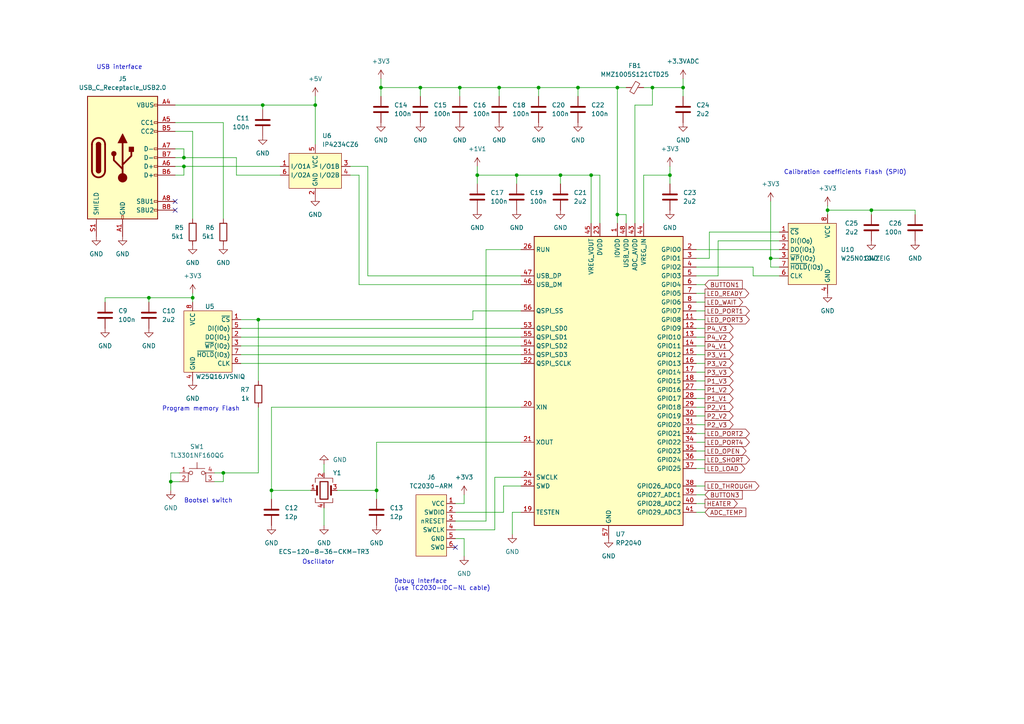
<source format=kicad_sch>
(kicad_sch (version 20231120) (generator "eeschema") (generator_version "8.0")
  (paper "A4")
  (title_block (title "LibreCAL") (date "2023-11-30") (rev "B"))
  (lib_symbols
    (symbol "Connector:USB_C_Receptacle_USB2.0" (pin_names (offset 1.016))
      (property "Reference" "J" (at -10.16 19.05 0))
      (property "Value" "USB_C_Receptacle_USB2.0" (at 19.05 19.05 0))
      (symbol "USB_C_Receptacle_USB2.0_0_0"
        (rectangle (start -0.254 -17.78) (end 0.254 -16.764))
        (rectangle (start 10.16 -14.986) (end 9.144 -15.494))
        (rectangle (start 10.16 -12.446) (end 9.144 -12.954))
        (rectangle (start 10.16 -4.826) (end 9.144 -5.334))
        (rectangle (start 10.16 -2.286) (end 9.144 -2.794))
        (rectangle (start 10.16 0.254) (end 9.144 -0.254))
        (rectangle (start 10.16 2.794) (end 9.144 2.286))
        (rectangle (start 10.16 7.874) (end 9.144 7.366))
        (rectangle (start 10.16 10.414) (end 9.144 9.906))
        (rectangle (start 10.16 15.494) (end 9.144 14.986))
      )
      (symbol "USB_C_Receptacle_USB2.0_0_1"
        (rectangle (start -10.16 17.78) (end 10.16 -17.78) (stroke (width 0.254)) (fill (type background)))
        (arc (start -8.89 -3.81) (mid -6.985 -5.7067) (end -5.08 -3.81) (stroke (width 0.508)))
        (arc (start -7.62 -3.81) (mid -6.985 -4.4423) (end -6.35 -3.81) (stroke (width 0.254)))
        (arc (start -7.62 -3.81) (mid -6.985 -4.4423) (end -6.35 -3.81) (stroke (width 0.254)) (fill (type outline)))
        (rectangle (start -7.62 -3.81) (end -6.35 3.81) (stroke (width 0.254)) (fill (type outline)))
        (arc (start -6.35 3.81) (mid -6.985 4.4423) (end -7.62 3.81) (stroke (width 0.254)))
        (arc (start -6.35 3.81) (mid -6.985 4.4423) (end -7.62 3.81) (stroke (width 0.254)) (fill (type outline)))
        (arc (start -5.08 3.81) (mid -6.985 5.7067) (end -8.89 3.81) (stroke (width 0.508)))
        (circle (center -2.54 1.143) (radius 0.635) (stroke (width 0.254)) (fill (type outline)))
        (circle (center 0 -5.842) (radius 1.27) (fill (type outline)))
        (polyline (pts (xy -8.89 -3.81) (xy -8.89 3.81)) (stroke (width 0.508)))
        (polyline (pts (xy -5.08 3.81) (xy -5.08 -3.81)) (stroke (width 0.508)))
        (polyline (pts (xy 0 -5.842) (xy 0 4.318)) (stroke (width 0.508)))
        (polyline (pts (xy 0 -3.302) (xy -2.54 -0.762) (xy -2.54 0.508)) (stroke (width 0.508)))
        (polyline (pts (xy 0 -2.032) (xy 2.54 0.508) (xy 2.54 1.778)) (stroke (width 0.508)))
        (polyline (pts (xy -1.27 4.318) (xy 0 6.858) (xy 1.27 4.318) (xy -1.27 4.318)) (stroke (width 0.254)) (fill (type outline)))
        (rectangle (start 1.905 1.778) (end 3.175 3.048) (stroke (width 0.254)) (fill (type outline)))
      )
      (symbol "USB_C_Receptacle_USB2.0_1_1"
        (pin passive line (at 0 -22.86 90) (length 5.08) (name "GND") (number "A1"))
        (pin passive line (at 0 -22.86 90) (length 5.08) hide (name "GND") (number "A12"))
        (pin passive line (at 15.24 15.24 180) (length 5.08) (name "VBUS") (number "A4"))
        (pin bidirectional line (at 15.24 10.16 180) (length 5.08) (name "CC1") (number "A5"))
        (pin bidirectional line (at 15.24 -2.54 180) (length 5.08) (name "D+") (number "A6"))
        (pin bidirectional line (at 15.24 2.54 180) (length 5.08) (name "D-") (number "A7"))
        (pin bidirectional line (at 15.24 -12.7 180) (length 5.08) (name "SBU1") (number "A8"))
        (pin passive line (at 15.24 15.24 180) (length 5.08) hide (name "VBUS") (number "A9"))
        (pin passive line (at 0 -22.86 90) (length 5.08) hide (name "GND") (number "B1"))
        (pin passive line (at 0 -22.86 90) (length 5.08) hide (name "GND") (number "B12"))
        (pin passive line (at 15.24 15.24 180) (length 5.08) hide (name "VBUS") (number "B4"))
        (pin bidirectional line (at 15.24 7.62 180) (length 5.08) (name "CC2") (number "B5"))
        (pin bidirectional line (at 15.24 -5.08 180) (length 5.08) (name "D+") (number "B6"))
        (pin bidirectional line (at 15.24 0 180) (length 5.08) (name "D-") (number "B7"))
        (pin bidirectional line (at 15.24 -15.24 180) (length 5.08) (name "SBU2") (number "B8"))
        (pin passive line (at 15.24 15.24 180) (length 5.08) hide (name "VBUS") (number "B9"))
        (pin passive line (at -7.62 -22.86 90) (length 5.08) (name "SHIELD") (number "S1"))
      )
    )
    (symbol "Device:C" (pin_numbers hide) (pin_names (offset 0.254))
      (property "Reference" "C" (at 0.635 2.54 0))
      (property "Value" "C" (at 0.635 -2.54 0))
      (symbol "C_0_1"
        (polyline (pts (xy -2.032 -0.762) (xy 2.032 -0.762)) (stroke (width 0.508)))
        (polyline (pts (xy -2.032 0.762) (xy 2.032 0.762)) (stroke (width 0.508)))
      )
      (symbol "C_1_1"
        (pin passive line (at 0 3.81 270) (length 2.794) (name "~") (number "1"))
        (pin passive line (at 0 -3.81 90) (length 2.794) (name "~") (number "2"))
      )
    )
    (symbol "Device:Crystal_GND24" (pin_names (offset 1.016) hide)
      (property "Reference" "Y" (at 3.175 5.08 0))
      (property "Value" "Crystal_GND24" (at 3.175 3.175 0))
      (symbol "Crystal_GND24_0_1"
        (rectangle (start -1.143 2.54) (end 1.143 -2.54) (stroke (width 0.3048)))
        (polyline (pts (xy -2.54 0) (xy -2.032 0)))
        (polyline (pts (xy -2.032 -1.27) (xy -2.032 1.27)) (stroke (width 0.508)))
        (polyline (pts (xy 0 -3.81) (xy 0 -3.556)))
        (polyline (pts (xy 0 3.556) (xy 0 3.81)))
        (polyline (pts (xy 2.032 -1.27) (xy 2.032 1.27)) (stroke (width 0.508)))
        (polyline (pts (xy 2.032 0) (xy 2.54 0)))
        (polyline (pts (xy -2.54 -2.286) (xy -2.54 -3.556) (xy 2.54 -3.556) (xy 2.54 -2.286)))
        (polyline (pts (xy -2.54 2.286) (xy -2.54 3.556) (xy 2.54 3.556) (xy 2.54 2.286)))
      )
      (symbol "Crystal_GND24_1_1"
        (pin passive line (at -3.81 0 0) (length 1.27) (name "1") (number "1"))
        (pin passive line (at 0 5.08 270) (length 1.27) (name "2") (number "2"))
        (pin passive line (at 3.81 0 180) (length 1.27) (name "3") (number "3"))
        (pin passive line (at 0 -5.08 90) (length 1.27) (name "4") (number "4"))
      )
    )
    (symbol "Device:FerriteBead_Small" (pin_numbers hide) (pin_names (offset 0))
      (property "Reference" "FB" (at 1.905 1.27 0))
      (property "Value" "FerriteBead_Small" (at 1.905 -1.27 0))
      (symbol "FerriteBead_Small_0_1"
        (polyline (pts (xy 0 -1.27) (xy 0 -0.7874)))
        (polyline (pts (xy 0 0.889) (xy 0 1.2954)))
        (polyline (pts (xy -1.8288 0.2794) (xy -1.1176 1.4986) (xy 1.8288 -0.2032) (xy 1.1176 -1.4224) (xy -1.8288 0.2794)))
      )
      (symbol "FerriteBead_Small_1_1"
        (pin passive line (at 0 2.54 270) (length 1.27) (name "~") (number "1"))
        (pin passive line (at 0 -2.54 90) (length 1.27) (name "~") (number "2"))
      )
    )
    (symbol "Device:R" (pin_numbers hide) (pin_names (offset 0))
      (property "Reference" "R" (at 2.032 0 90))
      (property "Value" "R" (at 0 0 90))
      (symbol "R_0_1"
        (rectangle (start -1.016 -2.54) (end 1.016 2.54) (stroke (width 0.254)))
      )
      (symbol "R_1_1"
        (pin passive line (at 0 3.81 270) (length 1.27) (name "~") (number "1"))
        (pin passive line (at 0 -3.81 90) (length 1.27) (name "~") (number "2"))
      )
    )
    (symbol "LibreCAL:IP4234CZ6"
      (property "Reference" "U" (at 2.54 6.35 0))
      (property "Value" "IP4234CZ6" (at 7.62 -6.35 0))
      (symbol "IP4234CZ6_0_1"
        (rectangle (start -7.62 5.08) (end 7.62 -5.08) (fill (type background)))
      )
      (symbol "IP4234CZ6_1_1"
        (pin bidirectional line (at -10.16 1.27 0) (length 2.54) (name "I/O1A") (number "1"))
        (pin power_in line (at 0 -7.62 90) (length 2.54) (name "GND") (number "2"))
        (pin bidirectional line (at 10.16 1.27 180) (length 2.54) (name "I/O1B") (number "3"))
        (pin bidirectional line (at 10.16 -1.27 180) (length 2.54) (name "I/O2B") (number "4"))
        (pin power_in line (at 0 7.62 270) (length 2.54) (name "VCC") (number "5"))
        (pin bidirectional line (at -10.16 -1.27 0) (length 2.54) (name "I/O2A") (number "6"))
      )
    )
    (symbol "LibreCAL:RP2040"
      (property "Reference" "U" (at 17.78 45.72 0))
      (property "Value" "RP2040" (at 17.78 43.18 0))
      (symbol "RP2040_0_1"
        (rectangle (start -21.59 41.91) (end 21.59 -41.91) (stroke (width 0.254)) (fill (type background)))
      )
      (symbol "RP2040_1_1"
        (pin power_in line (at 2.54 45.72 270) (length 3.81) (name "IOVDD") (number "1"))
        (pin passive line (at 2.54 45.72 270) (length 3.81) hide (name "IOVDD") (number "10"))
        (pin bidirectional line (at 25.4 17.78 180) (length 3.81) (name "GPIO8") (number "11"))
        (pin bidirectional line (at 25.4 15.24 180) (length 3.81) (name "GPIO9") (number "12"))
        (pin bidirectional line (at 25.4 12.7 180) (length 3.81) (name "GPIO10") (number "13"))
        (pin bidirectional line (at 25.4 10.16 180) (length 3.81) (name "GPIO11") (number "14"))
        (pin bidirectional line (at 25.4 7.62 180) (length 3.81) (name "GPIO12") (number "15"))
        (pin bidirectional line (at 25.4 5.08 180) (length 3.81) (name "GPIO13") (number "16"))
        (pin bidirectional line (at 25.4 2.54 180) (length 3.81) (name "GPIO14") (number "17"))
        (pin bidirectional line (at 25.4 0 180) (length 3.81) (name "GPIO15") (number "18"))
        (pin input line (at -25.4 -38.1 0) (length 3.81) (name "TESTEN") (number "19"))
        (pin bidirectional line (at 25.4 38.1 180) (length 3.81) (name "GPIO0") (number "2"))
        (pin input line (at -25.4 -7.62 0) (length 3.81) (name "XIN") (number "20"))
        (pin passive line (at -25.4 -17.78 0) (length 3.81) (name "XOUT") (number "21"))
        (pin passive line (at 2.54 45.72 270) (length 3.81) hide (name "IOVDD") (number "22"))
        (pin power_in line (at -2.54 45.72 270) (length 3.81) (name "DVDD") (number "23"))
        (pin input line (at -25.4 -27.94 0) (length 3.81) (name "SWCLK") (number "24"))
        (pin bidirectional line (at -25.4 -30.48 0) (length 3.81) (name "SWD") (number "25"))
        (pin input line (at -25.4 38.1 0) (length 3.81) (name "RUN") (number "26"))
        (pin bidirectional line (at 25.4 -2.54 180) (length 3.81) (name "GPIO16") (number "27"))
        (pin bidirectional line (at 25.4 -5.08 180) (length 3.81) (name "GPIO17") (number "28"))
        (pin bidirectional line (at 25.4 -7.62 180) (length 3.81) (name "GPIO18") (number "29"))
        (pin bidirectional line (at 25.4 35.56 180) (length 3.81) (name "GPIO1") (number "3"))
        (pin bidirectional line (at 25.4 -10.16 180) (length 3.81) (name "GPIO19") (number "30"))
        (pin bidirectional line (at 25.4 -12.7 180) (length 3.81) (name "GPIO20") (number "31"))
        (pin bidirectional line (at 25.4 -15.24 180) (length 3.81) (name "GPIO21") (number "32"))
        (pin passive line (at 2.54 45.72 270) (length 3.81) hide (name "IOVDD") (number "33"))
        (pin bidirectional line (at 25.4 -17.78 180) (length 3.81) (name "GPIO22") (number "34"))
        (pin bidirectional line (at 25.4 -20.32 180) (length 3.81) (name "GPIO23") (number "35"))
        (pin bidirectional line (at 25.4 -22.86 180) (length 3.81) (name "GPIO24") (number "36"))
        (pin bidirectional line (at 25.4 -25.4 180) (length 3.81) (name "GPIO25") (number "37"))
        (pin bidirectional line (at 25.4 -30.48 180) (length 3.81) (name "GPIO26_ADC0") (number "38"))
        (pin bidirectional line (at 25.4 -33.02 180) (length 3.81) (name "GPIO27_ADC1") (number "39"))
        (pin bidirectional line (at 25.4 33.02 180) (length 3.81) (name "GPIO2") (number "4"))
        (pin bidirectional line (at 25.4 -35.56 180) (length 3.81) (name "GPIO28_ADC2") (number "40"))
        (pin bidirectional line (at 25.4 -38.1 180) (length 3.81) (name "GPIO29_ADC3") (number "41"))
        (pin passive line (at 2.54 45.72 270) (length 3.81) hide (name "IOVDD") (number "42"))
        (pin power_in line (at 7.62 45.72 270) (length 3.81) (name "ADC_AVDD") (number "43"))
        (pin power_in line (at 10.16 45.72 270) (length 3.81) (name "VREG_IN") (number "44"))
        (pin power_out line (at -5.08 45.72 270) (length 3.81) (name "VREG_VOUT") (number "45"))
        (pin bidirectional line (at -25.4 27.94 0) (length 3.81) (name "USB_DM") (number "46"))
        (pin bidirectional line (at -25.4 30.48 0) (length 3.81) (name "USB_DP") (number "47"))
        (pin power_in line (at 5.08 45.72 270) (length 3.81) (name "USB_VDD") (number "48"))
        (pin passive line (at 2.54 45.72 270) (length 3.81) hide (name "IOVDD") (number "49"))
        (pin bidirectional line (at 25.4 30.48 180) (length 3.81) (name "GPIO3") (number "5"))
        (pin passive line (at -2.54 45.72 270) (length 3.81) hide (name "DVDD") (number "50"))
        (pin bidirectional line (at -25.4 7.62 0) (length 3.81) (name "QSPI_SD3") (number "51"))
        (pin output line (at -25.4 5.08 0) (length 3.81) (name "QSPI_SCLK") (number "52"))
        (pin bidirectional line (at -25.4 15.24 0) (length 3.81) (name "QSPI_SD0") (number "53"))
        (pin bidirectional line (at -25.4 10.16 0) (length 3.81) (name "QSPI_SD2") (number "54"))
        (pin bidirectional line (at -25.4 12.7 0) (length 3.81) (name "QSPI_SD1") (number "55"))
        (pin bidirectional line (at -25.4 20.32 0) (length 3.81) (name "QSPI_SS") (number "56"))
        (pin power_in line (at 0 -45.72 90) (length 3.81) (name "GND") (number "57"))
        (pin bidirectional line (at 25.4 27.94 180) (length 3.81) (name "GPIO4") (number "6"))
        (pin bidirectional line (at 25.4 25.4 180) (length 3.81) (name "GPIO5") (number "7"))
        (pin bidirectional line (at 25.4 22.86 180) (length 3.81) (name "GPIO6") (number "8"))
        (pin bidirectional line (at 25.4 20.32 180) (length 3.81) (name "GPIO7") (number "9"))
      )
    )
    (symbol "LibreCAL:TC2030-ARM" (in_bom no)
      (property "Reference" "J?" (at 1.27 11.43 0))
      (property "Value" "TC2030-ARM" (at 5.08 -8.89 0))
      (symbol "TC2030-ARM_0_1"
        (rectangle (start 0 10.16) (end 8.89 -7.62) (fill (type background)))
      )
      (symbol "TC2030-ARM_1_1"
        (pin power_in line (at -2.54 7.62 0) (length 2.54) (name "VCC") (number "1"))
        (pin bidirectional line (at -2.54 5.08 0) (length 2.54) (name "SWDIO") (number "2"))
        (pin output line (at -2.54 2.54 0) (length 2.54) (name "nRESET") (number "3"))
        (pin output line (at -2.54 0 0) (length 2.54) (name "SWCLK") (number "4"))
        (pin power_in line (at -2.54 -2.54 0) (length 2.54) (name "GND") (number "5"))
        (pin input line (at -2.54 -5.08 0) (length 2.54) (name "SWO") (number "6"))
      )
    )
    (symbol "LibreCAL:W25N01GVZEIG"
      (property "Reference" "U" (at -14.605 11.43 0))
      (property "Value" "W25N01GVZEIG" (at -8.255 9.525 0))
      (symbol "W25N01GVZEIG_0_1"
        (rectangle (start -8.89 7.62) (end 5.08 -10.16) (fill (type background)))
      )
      (symbol "W25N01GVZEIG_1_1"
        (pin input line (at -11.43 5.08 0) (length 2.54) (name "~{CS}") (number "1"))
        (pin bidirectional line (at -11.43 0 0) (length 2.54) (name "DO(IO_{1})") (number "2"))
        (pin bidirectional line (at -11.43 -2.54 0) (length 2.54) (name "~{WP}(IO_{2})") (number "3"))
        (pin power_in line (at 2.54 -12.7 90) (length 2.54) (name "GND") (number "4"))
        (pin bidirectional line (at -11.43 2.54 0) (length 2.54) (name "DI(IO_{0})") (number "5"))
        (pin input line (at -11.43 -7.62 0) (length 2.54) (name "CLK") (number "6"))
        (pin bidirectional line (at -11.43 -5.08 0) (length 2.54) (name "~{HOLD}(IO_{3})") (number "7"))
        (pin power_in line (at 2.54 10.16 270) (length 2.54) (name "VCC") (number "8"))
        (pin passive line (at 2.54 -12.7 90) (length 2.54) hide (name "GND") (number "9"))
      )
    )
    (symbol "LibreCAL:W25Q16JVSNIQ"
      (property "Reference" "U" (at -14.605 11.43 0))
      (property "Value" "W25Q16JVSNIQ" (at -8.255 9.525 0))
      (symbol "W25Q16JVSNIQ_0_1"
        (rectangle (start -8.89 7.62) (end 5.08 -10.16) (fill (type background)))
      )
      (symbol "W25Q16JVSNIQ_1_1"
        (pin input line (at -11.43 5.08 0) (length 2.54) (name "~{CS}") (number "1"))
        (pin bidirectional line (at -11.43 0 0) (length 2.54) (name "DO(IO_{1})") (number "2"))
        (pin bidirectional line (at -11.43 -2.54 0) (length 2.54) (name "~{WP}(IO_{2})") (number "3"))
        (pin power_in line (at 2.54 -12.7 90) (length 2.54) (name "GND") (number "4"))
        (pin bidirectional line (at -11.43 2.54 0) (length 2.54) (name "DI(IO_{0})") (number "5"))
        (pin input line (at -11.43 -7.62 0) (length 2.54) (name "CLK") (number "6"))
        (pin bidirectional line (at -11.43 -5.08 0) (length 2.54) (name "~{HOLD}(IO_{3})") (number "7"))
        (pin power_in line (at 2.54 10.16 270) (length 2.54) (name "VCC") (number "8"))
      )
    )
    (symbol "Switch:SW_MEC_5E" (pin_names (offset 1.016) hide)
      (property "Reference" "SW" (at 0.635 5.715 0))
      (property "Value" "SW_MEC_5E" (at 0 -3.175 0))
      (symbol "SW_MEC_5E_0_1"
        (circle (center -1.778 2.54) (radius 0.508))
        (polyline (pts (xy -2.286 3.81) (xy 2.286 3.81)))
        (polyline (pts (xy 0 3.81) (xy 0 5.588)))
        (polyline (pts (xy -2.54 0) (xy -2.54 2.54) (xy -2.286 2.54)))
        (polyline (pts (xy 2.54 0) (xy 2.54 2.54) (xy 2.286 2.54)))
        (circle (center 1.778 2.54) (radius 0.508))
        (pin passive line (at -5.08 2.54 0) (length 2.54) (name "1") (number "1"))
        (pin passive line (at -5.08 0 0) (length 2.54) (name "2") (number "2"))
        (pin passive line (at 5.08 0 180) (length 2.54) (name "K") (number "3"))
        (pin passive line (at 5.08 2.54 180) (length 2.54) (name "A") (number "4"))
      )
    )
    (symbol "power:+1V1" (power) (pin_names (offset 0))
      (property "Value" "+1V1" (at 0 3.556 0))
      (symbol "+1V1_0_1"
        (polyline (pts (xy -0.762 1.27) (xy 0 2.54)))
        (polyline (pts (xy 0 0) (xy 0 2.54)))
        (polyline (pts (xy 0 2.54) (xy 0.762 1.27)))
      )
      (symbol "+1V1_1_1"
        (pin power_in line (at 0 0 90) (length 0) hide (name "+1V1") (number "1"))
      )
    )
    (symbol "power:+3.3VADC" (power) (pin_names (offset 0))
      (property "Value" "+3.3VADC" (at 0 2.54 0))
      (symbol "+3.3VADC_0_0"
        (pin power_in line (at 0 0 90) (length 0) hide (name "+3.3VADC") (number "1"))
      )
      (symbol "+3.3VADC_0_1"
        (polyline (pts (xy -0.762 1.27) (xy 0 2.54)))
        (polyline (pts (xy 0 0) (xy 0 2.54)))
        (polyline (pts (xy 0 2.54) (xy 0.762 1.27)))
      )
    )
    (symbol "power:+3V3" (power) (pin_names (offset 0))
      (property "Value" "+3V3" (at 0 3.556 0))
      (symbol "+3V3_0_1"
        (polyline (pts (xy -0.762 1.27) (xy 0 2.54)))
        (polyline (pts (xy 0 0) (xy 0 2.54)))
        (polyline (pts (xy 0 2.54) (xy 0.762 1.27)))
      )
      (symbol "+3V3_1_1"
        (pin power_in line (at 0 0 90) (length 0) hide (name "+3V3") (number "1"))
      )
    )
    (symbol "power:+5V" (power) (pin_names (offset 0))
      (property "Value" "+5V" (at 0 3.556 0))
      (symbol "+5V_0_1"
        (polyline (pts (xy -0.762 1.27) (xy 0 2.54)))
        (polyline (pts (xy 0 0) (xy 0 2.54)))
        (polyline (pts (xy 0 2.54) (xy 0.762 1.27)))
      )
      (symbol "+5V_1_1"
        (pin power_in line (at 0 0 90) (length 0) hide (name "+5V") (number "1"))
      )
    )
    (symbol "power:GND" (power) (pin_names (offset 0))
      (property "Value" "GND" (at 0 -3.81 0))
      (symbol "GND_0_1"
        (polyline (pts (xy 0 0) (xy 0 -1.27) (xy 1.27 -1.27) (xy 0 -2.54) (xy -1.27 -1.27) (xy 0 -1.27)))
      )
      (symbol "GND_1_1"
        (pin power_in line (at 0 0 270) (length 0) hide (name "GND") (number "1"))
      )
    )
  )
  (junction (at 91.44 30.48))
  (junction (at 78.74 142.24))
  (junction (at 64.77 137.16))
  (junction (at 179.07 25.4))
  (junction (at 162.56 50.8))
  (junction (at 198.12 25.4))
  (junction (at 43.18 86.36))
  (junction (at 133.35 25.4))
  (junction (at 179.07 62.23))
  (junction (at 252.73 60.96))
  (junction (at 121.92 25.4))
  (junction (at 53.34 48.26))
  (junction (at 110.49 25.4))
  (junction (at 167.64 25.4))
  (junction (at 76.2 30.48))
  (junction (at 171.45 50.8))
  (junction (at 53.34 45.72))
  (junction (at 240.03 60.96))
  (junction (at 223.52 74.93))
  (junction (at 194.31 50.8))
  (junction (at 49.53 139.7))
  (junction (at 138.43 50.8))
  (junction (at 74.93 92.71))
  (junction (at 144.78 25.4))
  (junction (at 149.86 50.8))
  (junction (at 156.21 25.4))
  (junction (at 109.22 142.24))
  (junction (at 55.88 86.36))
  (junction (at 189.23 25.4))
  (no_connect (at 132.08 158.75))
  (no_connect (at 50.8 60.96))
  (no_connect (at 50.8 58.42))
  (wire (pts (xy 78.74 142.24) (xy 78.74 144.78)))
  (wire (pts (xy 204.47 110.49) (xy 201.93 110.49)))
  (wire (pts (xy 205.74 74.93) (xy 205.74 67.31)))
  (wire (pts (xy 110.49 25.4) (xy 121.92 25.4)))
  (wire (pts (xy 140.97 72.39) (xy 151.13 72.39)))
  (wire (pts (xy 78.74 118.11) (xy 78.74 142.24)))
  (wire (pts (xy 76.2 30.48) (xy 76.2 31.75)))
  (wire (pts (xy 91.44 41.91) (xy 91.44 30.48)))
  (wire (pts (xy 52.07 137.16) (xy 49.53 137.16)))
  (wire (pts (xy 198.12 27.94) (xy 198.12 25.4)))
  (wire (pts (xy 53.34 48.26) (xy 81.28 48.26)))
  (wire (pts (xy 218.44 77.47) (xy 218.44 80.01)))
  (wire (pts (xy 64.77 137.16) (xy 62.23 137.16)))
  (wire (pts (xy 146.05 140.97) (xy 151.13 140.97)))
  (wire (pts (xy 204.47 130.81) (xy 201.93 130.81)))
  (wire (pts (xy 30.48 87.63) (xy 30.48 86.36)))
  (wire (pts (xy 50.8 38.1) (xy 55.88 38.1)))
  (wire (pts (xy 240.03 59.69) (xy 240.03 60.96)))
  (wire (pts (xy 204.47 135.89) (xy 201.93 135.89)))
  (wire (pts (xy 179.07 62.23) (xy 179.07 64.77)))
  (wire (pts (xy 64.77 137.16) (xy 74.93 137.16)))
  (wire (pts (xy 204.47 120.65) (xy 201.93 120.65)))
  (wire (pts (xy 43.18 86.36) (xy 43.18 87.63)))
  (wire (pts (xy 151.13 128.27) (xy 109.22 128.27)))
  (wire (pts (xy 104.14 50.8) (xy 104.14 82.55)))
  (wire (pts (xy 69.85 105.41) (xy 151.13 105.41)))
  (wire (pts (xy 167.64 25.4) (xy 167.64 27.94)))
  (wire (pts (xy 74.93 92.71) (xy 137.16 92.71)))
  (wire (pts (xy 171.45 50.8) (xy 162.56 50.8)))
  (wire (pts (xy 55.88 86.36) (xy 55.88 87.63)))
  (wire (pts (xy 149.86 50.8) (xy 149.86 53.34)))
  (wire (pts (xy 133.35 25.4) (xy 133.35 27.94)))
  (wire (pts (xy 132.08 153.67) (xy 143.51 153.67)))
  (wire (pts (xy 204.47 113.03) (xy 201.93 113.03)))
  (wire (pts (xy 204.47 128.27) (xy 201.93 128.27)))
  (wire (pts (xy 240.03 60.96) (xy 240.03 62.23)))
  (wire (pts (xy 53.34 45.72) (xy 50.8 45.72)))
  (wire (pts (xy 78.74 142.24) (xy 90.17 142.24)))
  (wire (pts (xy 179.07 25.4) (xy 179.07 62.23)))
  (wire (pts (xy 137.16 90.17) (xy 151.13 90.17)))
  (wire (pts (xy 208.28 69.85) (xy 226.06 69.85)))
  (wire (pts (xy 53.34 48.26) (xy 50.8 48.26)))
  (wire (pts (xy 50.8 30.48) (xy 76.2 30.48)))
  (wire (pts (xy 189.23 30.48) (xy 189.23 25.4)))
  (wire (pts (xy 81.28 50.8) (xy 68.58 50.8)))
  (wire (pts (xy 132.08 148.59) (xy 146.05 148.59)))
  (wire (pts (xy 101.6 50.8) (xy 104.14 50.8)))
  (wire (pts (xy 223.52 74.93) (xy 226.06 74.93)))
  (wire (pts (xy 69.85 102.87) (xy 151.13 102.87)))
  (wire (pts (xy 50.8 43.18) (xy 53.34 43.18)))
  (wire (pts (xy 49.53 139.7) (xy 52.07 139.7)))
  (wire (pts (xy 140.97 151.13) (xy 140.97 72.39)))
  (wire (pts (xy 252.73 60.96) (xy 240.03 60.96)))
  (wire (pts (xy 162.56 50.8) (xy 149.86 50.8)))
  (wire (pts (xy 93.98 134.62) (xy 93.98 137.16)))
  (wire (pts (xy 265.43 62.23) (xy 265.43 60.96)))
  (wire (pts (xy 179.07 25.4) (xy 181.61 25.4)))
  (wire (pts (xy 189.23 25.4) (xy 186.69 25.4)))
  (wire (pts (xy 204.47 107.95) (xy 201.93 107.95)))
  (wire (pts (xy 186.69 64.77) (xy 186.69 50.8)))
  (wire (pts (xy 184.15 30.48) (xy 189.23 30.48)))
  (wire (pts (xy 223.52 74.93) (xy 223.52 58.42)))
  (wire (pts (xy 55.88 85.09) (xy 55.88 86.36)))
  (wire (pts (xy 151.13 80.01) (xy 106.68 80.01)))
  (wire (pts (xy 173.99 50.8) (xy 171.45 50.8)))
  (wire (pts (xy 205.74 67.31) (xy 226.06 67.31)))
  (wire (pts (xy 68.58 45.72) (xy 53.34 45.72)))
  (wire (pts (xy 132.08 151.13) (xy 140.97 151.13)))
  (wire (pts (xy 198.12 22.86) (xy 198.12 25.4)))
  (wire (pts (xy 53.34 50.8) (xy 53.34 48.26)))
  (wire (pts (xy 134.62 156.21) (xy 134.62 161.29)))
  (wire (pts (xy 265.43 60.96) (xy 252.73 60.96)))
  (wire (pts (xy 151.13 148.59) (xy 148.59 148.59)))
  (wire (pts (xy 53.34 43.18) (xy 53.34 45.72)))
  (wire (pts (xy 132.08 146.05) (xy 134.62 146.05)))
  (wire (pts (xy 208.28 80.01) (xy 208.28 69.85)))
  (wire (pts (xy 226.06 77.47) (xy 223.52 77.47)))
  (wire (pts (xy 204.47 146.05) (xy 201.93 146.05)))
  (wire (pts (xy 204.47 92.71) (xy 201.93 92.71)))
  (wire (pts (xy 194.31 50.8) (xy 194.31 53.34)))
  (wire (pts (xy 69.85 100.33) (xy 151.13 100.33)))
  (wire (pts (xy 204.47 123.19) (xy 201.93 123.19)))
  (wire (pts (xy 101.6 48.26) (xy 106.68 48.26)))
  (wire (pts (xy 151.13 118.11) (xy 78.74 118.11)))
  (wire (pts (xy 223.52 77.47) (xy 223.52 74.93)))
  (wire (pts (xy 204.47 102.87) (xy 201.93 102.87)))
  (wire (pts (xy 49.53 137.16) (xy 49.53 139.7)))
  (wire (pts (xy 201.93 80.01) (xy 208.28 80.01)))
  (wire (pts (xy 201.93 72.39) (xy 226.06 72.39)))
  (wire (pts (xy 143.51 138.43) (xy 151.13 138.43)))
  (wire (pts (xy 138.43 50.8) (xy 138.43 53.34)))
  (wire (pts (xy 91.44 27.94) (xy 91.44 30.48)))
  (wire (pts (xy 109.22 128.27) (xy 109.22 142.24)))
  (wire (pts (xy 50.8 50.8) (xy 53.34 50.8)))
  (wire (pts (xy 194.31 48.26) (xy 194.31 50.8)))
  (wire (pts (xy 218.44 80.01) (xy 226.06 80.01)))
  (wire (pts (xy 204.47 105.41) (xy 201.93 105.41)))
  (wire (pts (xy 171.45 64.77) (xy 171.45 50.8)))
  (wire (pts (xy 204.47 100.33) (xy 201.93 100.33)))
  (wire (pts (xy 133.35 25.4) (xy 144.78 25.4)))
  (wire (pts (xy 181.61 64.77) (xy 181.61 62.23)))
  (wire (pts (xy 184.15 64.77) (xy 184.15 30.48)))
  (wire (pts (xy 144.78 27.94) (xy 144.78 25.4)))
  (wire (pts (xy 146.05 148.59) (xy 146.05 140.97)))
  (wire (pts (xy 69.85 97.79) (xy 151.13 97.79)))
  (wire (pts (xy 143.51 153.67) (xy 143.51 138.43)))
  (wire (pts (xy 109.22 142.24) (xy 109.22 144.78)))
  (wire (pts (xy 132.08 156.21) (xy 134.62 156.21)))
  (wire (pts (xy 204.47 133.35) (xy 201.93 133.35)))
  (wire (pts (xy 204.47 118.11) (xy 201.93 118.11)))
  (wire (pts (xy 144.78 25.4) (xy 156.21 25.4)))
  (wire (pts (xy 156.21 25.4) (xy 167.64 25.4)))
  (wire (pts (xy 91.44 30.48) (xy 76.2 30.48)))
  (wire (pts (xy 148.59 148.59) (xy 148.59 154.94)))
  (wire (pts (xy 204.47 95.25) (xy 201.93 95.25)))
  (wire (pts (xy 151.13 82.55) (xy 104.14 82.55)))
  (wire (pts (xy 162.56 50.8) (xy 162.56 53.34)))
  (wire (pts (xy 204.47 82.55) (xy 201.93 82.55)))
  (wire (pts (xy 64.77 35.56) (xy 64.77 63.5)))
  (wire (pts (xy 201.93 77.47) (xy 218.44 77.47)))
  (wire (pts (xy 204.47 143.51) (xy 201.93 143.51)))
  (wire (pts (xy 149.86 50.8) (xy 138.43 50.8)))
  (wire (pts (xy 181.61 62.23) (xy 179.07 62.23)))
  (wire (pts (xy 204.47 140.97) (xy 201.93 140.97)))
  (wire (pts (xy 50.8 35.56) (xy 64.77 35.56)))
  (wire (pts (xy 93.98 147.32) (xy 93.98 152.4)))
  (wire (pts (xy 204.47 87.63) (xy 201.93 87.63)))
  (wire (pts (xy 186.69 50.8) (xy 194.31 50.8)))
  (wire (pts (xy 110.49 22.86) (xy 110.49 25.4)))
  (wire (pts (xy 64.77 139.7) (xy 62.23 139.7)))
  (wire (pts (xy 204.47 125.73) (xy 201.93 125.73)))
  (wire (pts (xy 74.93 92.71) (xy 74.93 110.49)))
  (wire (pts (xy 156.21 25.4) (xy 156.21 27.94)))
  (wire (pts (xy 121.92 25.4) (xy 121.92 27.94)))
  (wire (pts (xy 173.99 64.77) (xy 173.99 50.8)))
  (wire (pts (xy 55.88 38.1) (xy 55.88 63.5)))
  (wire (pts (xy 204.47 85.09) (xy 201.93 85.09)))
  (wire (pts (xy 106.68 48.26) (xy 106.68 80.01)))
  (wire (pts (xy 43.18 86.36) (xy 55.88 86.36)))
  (wire (pts (xy 30.48 86.36) (xy 43.18 86.36)))
  (wire (pts (xy 74.93 137.16) (xy 74.93 118.11)))
  (wire (pts (xy 64.77 137.16) (xy 64.77 139.7)))
  (wire (pts (xy 204.47 148.59) (xy 201.93 148.59)))
  (wire (pts (xy 204.47 115.57) (xy 201.93 115.57)))
  (wire (pts (xy 167.64 25.4) (xy 179.07 25.4)))
  (wire (pts (xy 69.85 92.71) (xy 74.93 92.71)))
  (wire (pts (xy 204.47 90.17) (xy 201.93 90.17)))
  (wire (pts (xy 189.23 25.4) (xy 198.12 25.4)))
  (wire (pts (xy 97.79 142.24) (xy 109.22 142.24)))
  (wire (pts (xy 252.73 60.96) (xy 252.73 62.23)))
  (wire (pts (xy 138.43 48.26) (xy 138.43 50.8)))
  (wire (pts (xy 49.53 139.7) (xy 49.53 142.24)))
  (wire (pts (xy 110.49 27.94) (xy 110.49 25.4)))
  (wire (pts (xy 69.85 95.25) (xy 151.13 95.25)))
  (wire (pts (xy 68.58 50.8) (xy 68.58 45.72)))
  (wire (pts (xy 201.93 74.93) (xy 205.74 74.93)))
  (wire (pts (xy 121.92 25.4) (xy 133.35 25.4)))
  (wire (pts (xy 134.62 146.05) (xy 134.62 143.51)))
  (wire (pts (xy 204.47 97.79) (xy 201.93 97.79)))
  (wire (pts (xy 137.16 92.71) (xy 137.16 90.17)))
  (text "USB interface" (at 27.94 20.32 0) (effects (font (size 1.27 1.27)) (justify left bottom)))
  (text "Oscillator" (at 87.63 163.83 0) (effects (font (size 1.27 1.27)) (justify left bottom)))
  (text "Program memory Flash" (at 46.99 119.38 0) (effects (font (size 1.27 1.27)) (justify left bottom)))
  (text "Debug Interface\n(use TC2030-IDC-NL cable)\n" (at 114.3 171.45 0) (effects (font (size 1.27 1.27)) (justify left bottom)))
  (text "Bootsel switch" (at 53.34 146.05 0) (effects (font (size 1.27 1.27)) (justify left bottom)))
  (text "Calibration coefficients Flash (SPI0)" (at 227.33 50.8 0) (effects (font (size 1.27 1.27)) (justify left bottom)))
  (global_label "LED_READY" (shape output) (at 204.47 85.09 0) (property "Intersheetrefs" "${INTERSHEET_REFS}" (effects (hide yes))))
  (global_label "HEATER" (shape output) (at 204.47 146.05 0) (property "Intersheetrefs" "${INTERSHEET_REFS}" (effects (hide yes))))
  (global_label "P3_V3" (shape output) (at 204.47 107.95 0) (property "Intersheetrefs" "${INTERSHEET_REFS}" (effects (hide yes))))
  (global_label "P4_V1" (shape output) (at 204.47 100.33 0) (property "Intersheetrefs" "${INTERSHEET_REFS}" (effects (hide yes))))
  (global_label "P2_V3" (shape output) (at 204.47 123.19 0) (property "Intersheetrefs" "${INTERSHEET_REFS}" (effects (hide yes))))
  (global_label "LED_PORT3" (shape output) (at 204.47 92.71 0) (property "Intersheetrefs" "${INTERSHEET_REFS}" (effects (hide yes))))
  (global_label "P2_V1" (shape output) (at 204.47 118.11 0) (property "Intersheetrefs" "${INTERSHEET_REFS}" (effects (hide yes))))
  (global_label "LED_LOAD" (shape output) (at 204.47 135.89 0) (property "Intersheetrefs" "${INTERSHEET_REFS}" (effects (hide yes))))
  (global_label "P4_V2" (shape output) (at 204.47 97.79 0) (property "Intersheetrefs" "${INTERSHEET_REFS}" (effects (hide yes))))
  (global_label "LED_THROUGH" (shape output) (at 204.47 140.97 0) (property "Intersheetrefs" "${INTERSHEET_REFS}" (effects (hide yes))))
  (global_label "LED_PORT2" (shape output) (at 204.47 125.73 0) (property "Intersheetrefs" "${INTERSHEET_REFS}" (effects (hide yes))))
  (global_label "BUTTON3" (shape input) (at 204.47 143.51 0) (property "Intersheetrefs" "${INTERSHEET_REFS}" (effects (hide yes))))
  (global_label "P1_V1" (shape output) (at 204.47 115.57 0) (property "Intersheetrefs" "${INTERSHEET_REFS}" (effects (hide yes))))
  (global_label "P1_V2" (shape output) (at 204.47 113.03 0) (property "Intersheetrefs" "${INTERSHEET_REFS}" (effects (hide yes))))
  (global_label "P3_V2" (shape output) (at 204.47 105.41 0) (property "Intersheetrefs" "${INTERSHEET_REFS}" (effects (hide yes))))
  (global_label "ADC_TEMP" (shape input) (at 204.47 148.59 0) (property "Intersheetrefs" "${INTERSHEET_REFS}" (effects (hide yes))))
  (global_label "P3_V1" (shape output) (at 204.47 102.87 0) (property "Intersheetrefs" "${INTERSHEET_REFS}" (effects (hide yes))))
  (global_label "LED_PORT4" (shape output) (at 204.47 128.27 0) (property "Intersheetrefs" "${INTERSHEET_REFS}" (effects (hide yes))))
  (global_label "P1_V3" (shape output) (at 204.47 110.49 0) (property "Intersheetrefs" "${INTERSHEET_REFS}" (effects (hide yes))))
  (global_label "P4_V3" (shape output) (at 204.47 95.25 0) (property "Intersheetrefs" "${INTERSHEET_REFS}" (effects (hide yes))))
  (global_label "LED_SHORT" (shape output) (at 204.47 133.35 0) (property "Intersheetrefs" "${INTERSHEET_REFS}" (effects (hide yes))))
  (global_label "LED_PORT1" (shape output) (at 204.47 90.17 0) (property "Intersheetrefs" "${INTERSHEET_REFS}" (effects (hide yes))))
  (global_label "LED_OPEN" (shape output) (at 204.47 130.81 0) (property "Intersheetrefs" "${INTERSHEET_REFS}" (effects (hide yes))))
  (global_label "BUTTON1" (shape input) (at 204.47 82.55 0) (property "Intersheetrefs" "${INTERSHEET_REFS}" (effects (hide yes))))
  (global_label "LED_WAIT" (shape output) (at 204.47 87.63 0) (property "Intersheetrefs" "${INTERSHEET_REFS}" (effects (hide yes))))
  (global_label "P2_V2" (shape output) (at 204.47 120.65 0) (property "Intersheetrefs" "${INTERSHEET_REFS}" (effects (hide yes))))
  (symbol (lib_id "power:GND") (at 76.2 39.37 0) (unit 1)
    (property "Reference" "#PWR046" (effects (hide yes)))
    (property "Value" "GND" (at 76.2 44.45 0))
  )
  (symbol (lib_id "Device:C") (at 78.74 148.59 0) (unit 1)
    (property "Reference" "C12" (at 82.55 147.3199 0) (effects (justify left)))
    (property "Value" "12p" (at 82.55 149.8599 0) (effects (justify left)))
    (property "Footprint" "Capacitor_SMD:C_0402_1005Metric" (effects (hide yes)))
    (property "LCSC_Part" "C76948" (effects (hide yes)))
  )
  (symbol (lib_id "power:GND") (at 265.43 69.85 0) (mirror y) (unit 1)
    (property "Reference" "#PWR075" (effects (hide yes)))
    (property "Value" "GND" (at 265.43 74.93 0))
  )
  (symbol (lib_id "power:+3V3") (at 194.31 48.26 0) (unit 1)
    (property "Reference" "#PWR067" (effects (hide yes)))
    (property "Value" "+3V3" (at 194.31 43.18 0))
  )
  (symbol (lib_id "power:GND") (at 149.86 60.96 0) (unit 1)
    (property "Reference" "#PWR062" (effects (hide yes)))
    (property "Value" "GND" (at 149.86 66.04 0))
  )
  (symbol (lib_id "power:GND") (at 144.78 35.56 0) (unit 1)
    (property "Reference" "#PWR060" (effects (hide yes)))
    (property "Value" "GND" (at 144.78 40.64 0))
  )
  (symbol (lib_id "Device:C") (at 265.43 66.04 0) (mirror y) (unit 1)
    (property "Reference" "C26" (at 261.62 64.7699 0) (effects (justify left)))
    (property "Value" "100n" (at 261.62 67.3099 0) (effects (justify left)))
    (property "Footprint" "Capacitor_SMD:C_0402_1005Metric" (effects (hide yes)))
    (property "LCSC_Part" "C307331" (effects (hide yes)))
  )
  (symbol (lib_id "Device:C") (at 30.48 91.44 0) (unit 1)
    (property "Reference" "C9" (at 34.29 90.1699 0) (effects (justify left)))
    (property "Value" "100n" (at 34.29 92.7099 0) (effects (justify left)))
    (property "Footprint" "Capacitor_SMD:C_0402_1005Metric" (effects (hide yes)))
    (property "LCSC_Part" "C307331" (effects (hide yes)))
  )
  (symbol (lib_id "LibreCAL:IP4234CZ6") (at 91.44 49.53 0) (unit 1)
    (property "Reference" "U6" (at 93.4594 39.37 0) (effects (justify left)))
    (property "Value" "IP4234CZ6" (at 93.4594 41.91 0) (effects (justify left)))
    (property "Footprint" "Package_TO_SOT_SMD:SOT-23-6" (effects (hide yes)))
    (property "Datasheet" "https://assets.nexperia.com/documents/data-sheet/IP4234CZ6.pdf" (effects (hide yes)))
    (property "LCSC_Part" "C455086" (effects (hide yes)))
  )
  (symbol (lib_id "power:GND") (at 134.62 161.29 0) (unit 1)
    (property "Reference" "#PWR057" (effects (hide yes)))
    (property "Value" "GND" (at 134.62 166.37 0))
  )
  (symbol (lib_id "Device:Crystal_GND24") (at 93.98 142.24 0) (unit 1)
    (property "Reference" "Y1" (at 97.79 137.16 0))
    (property "Value" "ECS-120-8-36-CKM-TR3" (at 93.98 160.02 0))
    (property "Footprint" "Crystal:Crystal_SMD_2520-4Pin_2.5x2.0mm" (effects (hide yes)))
    (property "LCSC_Part" "C5349079" (effects (hide yes)))
  )
  (symbol (lib_id "power:+1V1") (at 138.43 48.26 0) (unit 1)
    (property "Reference" "#PWR058" (effects (hide yes)))
    (property "Value" "+1V1" (at 138.43 43.18 0))
  )
  (symbol (lib_id "LibreCAL:W25N01GVZEIG") (at 237.49 72.39 0) (unit 1)
    (property "Reference" "U10" (at 243.84 72.3899 0) (effects (justify left)))
    (property "Value" "W25N01GVZEIG" (at 243.84 74.9299 0) (effects (justify left)))
    (property "Footprint" "Package_SON:WSON-8-1EP_8x6mm_P1.27mm_EP3.4x4.3mm" (effects (hide yes)))
  )
  (symbol (lib_id "Device:C") (at 194.31 57.15 0) (unit 1)
    (property "Reference" "C23" (at 198.12 55.8799 0) (effects (justify left)))
    (property "Value" "2u2" (at 198.12 58.4199 0) (effects (justify left)))
    (property "Footprint" "Capacitor_SMD:C_0402_1005Metric" (effects (hide yes)))
    (property "LCSC_Part" "C307418" (effects (hide yes)))
  )
  (symbol (lib_id "power:+3.3VADC") (at 198.12 22.86 0) (unit 1)
    (property "Reference" "#PWR069" (effects (hide yes)))
    (property "Value" "+3.3VADC" (at 198.12 17.78 0))
  )
  (symbol (lib_id "power:GND") (at 27.94 68.58 0) (unit 1)
    (property "Reference" "#PWR037" (effects (hide yes)))
    (property "Value" "GND" (at 27.94 73.66 0))
  )
  (symbol (lib_id "power:GND") (at 43.18 95.25 0) (unit 1)
    (property "Reference" "#PWR040" (effects (hide yes)))
    (property "Value" "GND" (at 43.18 100.33 0))
  )
  (symbol (lib_id "power:GND") (at 198.12 35.56 0) (unit 1)
    (property "Reference" "#PWR070" (effects (hide yes)))
    (property "Value" "GND" (at 198.12 40.64 0))
  )
  (symbol (lib_id "power:+3V3") (at 110.49 22.86 0) (unit 1)
    (property "Reference" "#PWR052" (effects (hide yes)))
    (property "Value" "+3V3" (at 110.49 17.78 0))
  )
  (symbol (lib_id "Device:R") (at 64.77 67.31 0) (mirror y) (unit 1)
    (property "Reference" "R6" (at 62.23 66.0399 0) (effects (justify left)))
    (property "Value" "5k1" (at 62.23 68.5799 0) (effects (justify left)))
    (property "Footprint" "Resistor_SMD:R_0402_1005Metric" (effects (hide yes)))
    (property "LCSC_Part" "C105872" (effects (hide yes)))
  )
  (symbol (lib_id "Switch:SW_MEC_5E") (at 57.15 139.7 0) (unit 1)
    (property "Reference" "SW1" (at 57.15 129.54 0))
    (property "Value" "TL3301NF160QG" (at 57.15 132.08 0))
    (property "Footprint" "LibreCAL:TL3301N-J" (effects (hide yes)))
    (property "Datasheet" "http://www.apem.com/int/index.php?controller=attachment&id_attachment=1371" (effects (hide yes)))
    (property "LCSC_Part" "C273527" (effects (hide yes)))
  )
  (symbol (lib_id "Device:C") (at 110.49 31.75 0) (unit 1)
    (property "Reference" "C14" (at 114.3 30.4799 0) (effects (justify left)))
    (property "Value" "100n" (at 114.3 33.0199 0) (effects (justify left)))
    (property "Footprint" "Capacitor_SMD:C_0402_1005Metric" (effects (hide yes)))
    (property "LCSC_Part" "C307331" (effects (hide yes)))
  )
  (symbol (lib_id "Device:C") (at 109.22 148.59 0) (unit 1)
    (property "Reference" "C13" (at 113.03 147.3199 0) (effects (justify left)))
    (property "Value" "12p" (at 113.03 149.8599 0) (effects (justify left)))
    (property "Footprint" "Capacitor_SMD:C_0402_1005Metric" (effects (hide yes)))
    (property "LCSC_Part" "C76948" (effects (hide yes)))
  )
  (symbol (lib_id "Device:C") (at 167.64 31.75 0) (unit 1)
    (property "Reference" "C22" (at 171.45 30.4799 0) (effects (justify left)))
    (property "Value" "100n" (at 171.45 33.0199 0) (effects (justify left)))
    (property "Footprint" "Capacitor_SMD:C_0402_1005Metric" (effects (hide yes)))
    (property "LCSC_Part" "C307331" (effects (hide yes)))
  )
  (symbol (lib_id "Connector:USB_C_Receptacle_USB2.0") (at 35.56 45.72 0) (unit 1)
    (property "Reference" "J5" (at 35.56 22.86 0))
    (property "Value" "USB_C_Receptacle_USB2.0" (at 35.56 25.4 0))
    (property "Footprint" "Connector_USB:USB_C_Receptacle_HRO_TYPE-C-31-M-12" (effects (hide yes)))
    (property "Datasheet" "https://www.usb.org/sites/default/files/documents/usb_type-c.zip" (effects (hide yes)))
    (property "LCSC_Part" "C165948" (effects (hide yes)))
  )
  (symbol (lib_id "Device:C") (at 162.56 57.15 0) (unit 1)
    (property "Reference" "C21" (at 166.37 55.8799 0) (effects (justify left)))
    (property "Value" "2u2" (at 166.37 58.4199 0) (effects (justify left)))
    (property "Footprint" "Capacitor_SMD:C_0402_1005Metric" (effects (hide yes)))
    (property "LCSC_Part" "C307418" (effects (hide yes)))
  )
  (symbol (lib_id "Device:C") (at 133.35 31.75 0) (unit 1)
    (property "Reference" "C16" (at 137.16 30.4799 0) (effects (justify left)))
    (property "Value" "100n" (at 137.16 33.0199 0) (effects (justify left)))
    (property "Footprint" "Capacitor_SMD:C_0402_1005Metric" (effects (hide yes)))
    (property "LCSC_Part" "C307331" (effects (hide yes)))
  )
  (symbol (lib_id "power:GND") (at 176.53 156.21 0) (unit 1)
    (property "Reference" "#PWR066" (effects (hide yes)))
    (property "Value" "GND" (at 176.53 161.29 0))
  )
  (symbol (lib_id "power:GND") (at 55.88 110.49 0) (unit 1)
    (property "Reference" "#PWR044" (effects (hide yes)))
    (property "Value" "GND" (at 55.88 115.57 0))
  )
  (symbol (lib_id "power:GND") (at 138.43 60.96 0) (unit 1)
    (property "Reference" "#PWR059" (effects (hide yes)))
    (property "Value" "GND" (at 138.43 66.04 0))
  )
  (symbol (lib_id "Device:C") (at 198.12 31.75 0) (unit 1)
    (property "Reference" "C24" (at 201.93 30.4799 0) (effects (justify left)))
    (property "Value" "2u2" (at 201.93 33.0199 0) (effects (justify left)))
    (property "Footprint" "Capacitor_SMD:C_0402_1005Metric" (effects (hide yes)))
    (property "LCSC_Part" "C307418" (effects (hide yes)))
  )
  (symbol (lib_id "Device:C") (at 149.86 57.15 0) (unit 1)
    (property "Reference" "C19" (at 153.67 55.8799 0) (effects (justify left)))
    (property "Value" "100n" (at 153.67 58.4199 0) (effects (justify left)))
    (property "Footprint" "Capacitor_SMD:C_0402_1005Metric" (effects (hide yes)))
    (property "LCSC_Part" "C307331" (effects (hide yes)))
  )
  (symbol (lib_id "power:+3V3") (at 55.88 85.09 0) (unit 1)
    (property "Reference" "#PWR043" (effects (hide yes)))
    (property "Value" "+3V3" (at 55.88 80.01 0))
  )
  (symbol (lib_id "Device:C") (at 43.18 91.44 0) (unit 1)
    (property "Reference" "C10" (at 46.99 90.1699 0) (effects (justify left)))
    (property "Value" "2u2" (at 46.99 92.7099 0) (effects (justify left)))
    (property "Footprint" "Capacitor_SMD:C_0402_1005Metric" (effects (hide yes)))
    (property "LCSC_Part" "C307418" (effects (hide yes)))
  )
  (symbol (lib_id "Device:C") (at 138.43 57.15 0) (unit 1)
    (property "Reference" "C17" (at 142.24 55.8799 0) (effects (justify left)))
    (property "Value" "100n" (at 142.24 58.4199 0) (effects (justify left)))
    (property "Footprint" "Capacitor_SMD:C_0402_1005Metric" (effects (hide yes)))
    (property "LCSC_Part" "C307331" (effects (hide yes)))
  )
  (symbol (lib_id "power:GND") (at 55.88 71.12 0) (unit 1)
    (property "Reference" "#PWR042" (effects (hide yes)))
    (property "Value" "GND" (at 55.88 76.2 0))
  )
  (symbol (lib_id "Device:C") (at 144.78 31.75 0) (unit 1)
    (property "Reference" "C18" (at 148.59 30.4799 0) (effects (justify left)))
    (property "Value" "100n" (at 148.59 33.0199 0) (effects (justify left)))
    (property "Footprint" "Capacitor_SMD:C_0402_1005Metric" (effects (hide yes)))
    (property "LCSC_Part" "C307331" (effects (hide yes)))
  )
  (symbol (lib_id "power:GND") (at 110.49 35.56 0) (unit 1)
    (property "Reference" "#PWR053" (effects (hide yes)))
    (property "Value" "GND" (at 110.49 40.64 0))
  )
  (symbol (lib_id "power:GND") (at 93.98 152.4 0) (unit 1)
    (property "Reference" "#PWR050" (effects (hide yes)))
    (property "Value" "GND" (at 93.98 157.48 0))
  )
  (symbol (lib_id "power:GND") (at 167.64 35.56 0) (unit 1)
    (property "Reference" "#PWR065" (effects (hide yes)))
    (property "Value" "GND" (at 167.64 40.64 0))
  )
  (symbol (lib_id "power:+3V3") (at 240.03 59.69 0) (mirror y) (unit 1)
    (property "Reference" "#PWR072" (effects (hide yes)))
    (property "Value" "+3V3" (at 240.03 54.61 0))
  )
  (symbol (lib_id "power:GND") (at 109.22 152.4 0) (unit 1)
    (property "Reference" "#PWR051" (effects (hide yes)))
    (property "Value" "GND" (at 109.22 157.48 0))
  )
  (symbol (lib_id "power:GND") (at 133.35 35.56 0) (unit 1)
    (property "Reference" "#PWR055" (effects (hide yes)))
    (property "Value" "GND" (at 133.35 40.64 0))
  )
  (symbol (lib_id "Device:C") (at 252.73 66.04 0) (mirror y) (unit 1)
    (property "Reference" "C25" (at 248.92 64.7699 0) (effects (justify left)))
    (property "Value" "2u2" (at 248.92 67.3099 0) (effects (justify left)))
    (property "Footprint" "Capacitor_SMD:C_0402_1005Metric" (effects (hide yes)))
    (property "LCSC_Part" "C307418" (effects (hide yes)))
  )
  (symbol (lib_id "LibreCAL:RP2040") (at 176.53 110.49 0) (unit 1)
    (property "Reference" "U7" (at 178.5494 154.94 0) (effects (justify left)))
    (property "Value" "RP2040" (at 178.5494 157.48 0) (effects (justify left)))
    (property "Footprint" "LibreCAL:RP2040" (effects (hide yes)))
    (property "Datasheet" "https://datasheets.raspberrypi.com/rp2040/rp2040-datasheet.pdf" (effects (hide yes)))
    (property "LCSC_Part" "C2040" (effects (hide yes)))
  )
  (symbol (lib_id "power:GND") (at 148.59 154.94 0) (unit 1)
    (property "Reference" "#PWR061" (effects (hide yes)))
    (property "Value" "GND" (at 148.59 160.02 0))
  )
  (symbol (lib_id "power:GND") (at 194.31 60.96 0) (unit 1)
    (property "Reference" "#PWR068" (effects (hide yes)))
    (property "Value" "GND" (at 194.31 66.04 0))
  )
  (symbol (lib_id "Device:R") (at 55.88 67.31 0) (mirror y) (unit 1)
    (property "Reference" "R5" (at 53.34 66.0399 0) (effects (justify left)))
    (property "Value" "5k1" (at 53.34 68.5799 0) (effects (justify left)))
    (property "Footprint" "Resistor_SMD:R_0402_1005Metric" (effects (hide yes)))
    (property "LCSC_Part" "C105872" (effects (hide yes)))
  )
  (symbol (lib_id "Device:C") (at 76.2 35.56 0) (mirror y) (unit 1)
    (property "Reference" "C11" (at 72.39 34.2899 0) (effects (justify left)))
    (property "Value" "100n" (at 72.39 36.8299 0) (effects (justify left)))
    (property "Footprint" "Capacitor_SMD:C_0402_1005Metric" (effects (hide yes)))
    (property "LCSC_Part" "C307331" (effects (hide yes)))
  )
  (symbol (lib_id "Device:C") (at 156.21 31.75 0) (unit 1)
    (property "Reference" "C20" (at 160.02 30.4799 0) (effects (justify left)))
    (property "Value" "100n" (at 160.02 33.0199 0) (effects (justify left)))
    (property "Footprint" "Capacitor_SMD:C_0402_1005Metric" (effects (hide yes)))
    (property "LCSC_Part" "C307331" (effects (hide yes)))
  )
  (symbol (lib_id "power:GND") (at 49.53 142.24 0) (unit 1)
    (property "Reference" "#PWR041" (effects (hide yes)))
    (property "Value" "GND" (at 49.53 147.32 0))
  )
  (symbol (lib_id "Device:FerriteBead_Small") (at 184.15 25.4 90) (unit 1)
    (property "Reference" "FB1" (at 184.1119 19.05 90))
    (property "Value" "MMZ1005S121CTD25" (at 184.1119 21.59 90))
    (property "Footprint" "Inductor_SMD:L_0402_1005Metric" (effects (hide yes)))
    (property "LCSC_Part" "C404693" (effects (hide yes)))
  )
  (symbol (lib_id "Device:C") (at 121.92 31.75 0) (unit 1)
    (property "Reference" "C15" (at 125.73 30.4799 0) (effects (justify left)))
    (property "Value" "100n" (at 125.73 33.0199 0) (effects (justify left)))
    (property "Footprint" "Capacitor_SMD:C_0402_1005Metric" (effects (hide yes)))
    (property "LCSC_Part" "C307331" (effects (hide yes)))
  )
  (symbol (lib_id "power:+3V3") (at 223.52 58.42 0) (mirror y) (unit 1)
    (property "Reference" "#PWR071" (effects (hide yes)))
    (property "Value" "+3V3" (at 223.52 53.34 0))
  )
  (symbol (lib_id "power:GND") (at 156.21 35.56 0) (unit 1)
    (property "Reference" "#PWR063" (effects (hide yes)))
    (property "Value" "GND" (at 156.21 40.64 0))
  )
  (symbol (lib_id "power:GND") (at 64.77 71.12 0) (unit 1)
    (property "Reference" "#PWR045" (effects (hide yes)))
    (property "Value" "GND" (at 64.77 76.2 0))
  )
  (symbol (lib_id "LibreCAL:W25Q16JVSNIQ") (at 58.42 97.79 0) (mirror y) (unit 1)
    (property "Reference" "U5" (at 62.23 88.8999 0) (effects (justify left)))
    (property "Value" "W25Q16JVSNIQ" (at 71.12 109.2199 0) (effects (justify left)))
    (property "Footprint" "Package_SO:SOIC-8_3.9x4.9mm_P1.27mm" (effects (hide yes)))
    (property "Datasheet" "https://www.winbond.com/hq/support/documentation/levelOne.jsp?__locale=en&DocNo=DA00-W25Q16JV.1" (effects (hide yes)))
    (property "LCSC_Part" "C115407" (effects (hide yes)))
  )
  (symbol (lib_id "power:GND") (at 30.48 95.25 0) (unit 1)
    (property "Reference" "#PWR038" (effects (hide yes)))
    (property "Value" "GND" (at 30.48 100.33 0))
  )
  (symbol (lib_id "LibreCAL:TC2030-ARM") (at 129.54 153.67 0) (mirror y) (unit 1) (in_bom no)
    (property "Reference" "J6" (at 125.095 138.43 0))
    (property "Value" "TC2030-ARM" (at 125.095 140.97 0))
    (property "Footprint" "Connector:Tag-Connect_TC2030-IDC-NL_2x03_P1.27mm_Vertical" (effects (hide yes)))
    (property "LCSC_Part" "NA" (effects (hide yes)))
  )
  (symbol (lib_id "power:GND") (at 162.56 60.96 0) (unit 1)
    (property "Reference" "#PWR064" (effects (hide yes)))
    (property "Value" "GND" (at 162.56 66.04 0))
  )
  (symbol (lib_id "power:GND") (at 35.56 68.58 0) (unit 1)
    (property "Reference" "#PWR039" (effects (hide yes)))
    (property "Value" "GND" (at 35.56 73.66 0))
  )
  (symbol (lib_id "Device:R") (at 74.93 114.3 0) (mirror y) (unit 1)
    (property "Reference" "R7" (at 72.39 113.0299 0) (effects (justify left)))
    (property "Value" "1k" (at 72.39 115.5699 0) (effects (justify left)))
    (property "Footprint" "Resistor_SMD:R_0402_1005Metric" (effects (hide yes)))
    (property "LCSC_Part" "C106235" (effects (hide yes)))
  )
  (symbol (lib_id "power:+3V3") (at 134.62 143.51 0) (unit 1)
    (property "Reference" "#PWR056" (effects (hide yes)))
    (property "Value" "+3V3" (at 134.62 138.43 0))
  )
  (symbol (lib_id "power:GND") (at 91.44 57.15 0) (unit 1)
    (property "Reference" "#PWR049" (effects (hide yes)))
    (property "Value" "GND" (at 91.44 62.23 0))
  )
  (symbol (lib_id "power:GND") (at 121.92 35.56 0) (unit 1)
    (property "Reference" "#PWR054" (effects (hide yes)))
    (property "Value" "GND" (at 121.92 40.64 0))
  )
  (symbol (lib_id "power:GND") (at 252.73 69.85 0) (mirror y) (unit 1)
    (property "Reference" "#PWR074" (effects (hide yes)))
    (property "Value" "GND" (at 252.73 74.93 0))
  )
  (symbol (lib_id "power:GND") (at 93.98 134.62 180) (unit 1)
    (property "Reference" "#PWR0106" (effects (hide yes)))
    (property "Value" "GND" (at 96.52 133.3499 0) (effects (justify right)))
  )
  (symbol (lib_id "power:GND") (at 240.03 85.09 0) (mirror y) (unit 1)
    (property "Reference" "#PWR073" (effects (hide yes)))
    (property "Value" "GND" (at 240.03 90.17 0))
  )
  (symbol (lib_id "power:GND") (at 78.74 152.4 0) (unit 1)
    (property "Reference" "#PWR047" (effects (hide yes)))
    (property "Value" "GND" (at 78.74 157.48 0))
  )
  (symbol (lib_id "power:+5V") (at 91.44 27.94 0) (unit 1)
    (property "Reference" "#PWR048" (effects (hide yes)))
    (property "Value" "+5V" (at 91.44 22.86 0))
  )
)
</source>
